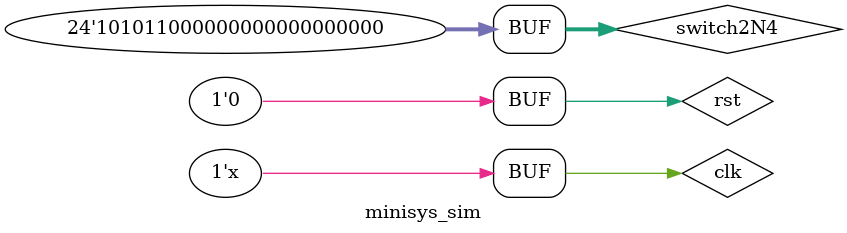
<source format=v>
`timescale 1ns / 1ps

module minisys_sim();
    reg clk = 1'b0;
    reg rst = 1'b1;
    reg [23:0] switch2N4 = 24'b101011000000000000000000;
    wire [23:0] led2N4;
    
    minisys u (clk, rst, switch2N4, led2N4);
    
    initial begin
        #7000 rst = 1'b0;
    end
    
    always #10
        clk = ~clk;
endmodule

</source>
